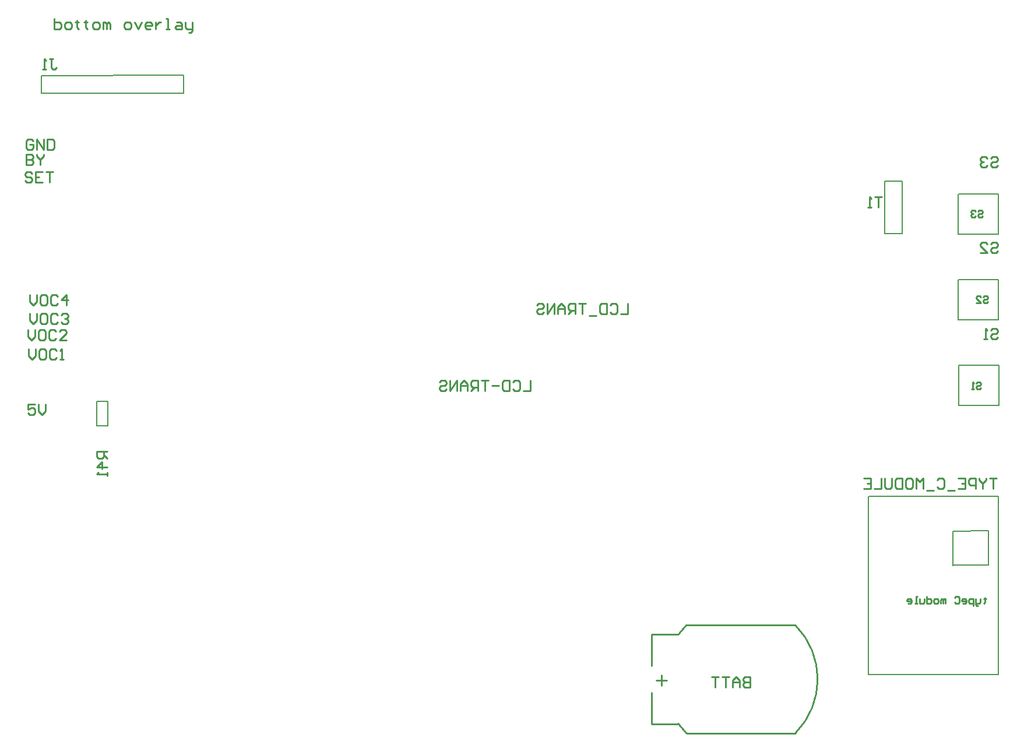
<source format=gbo>
G04*
G04 #@! TF.GenerationSoftware,Altium Limited,Altium Designer,21.2.1 (34)*
G04*
G04 Layer_Color=32896*
%FSLAX24Y24*%
%MOIN*%
G70*
G04*
G04 #@! TF.SameCoordinates,E21C5DDE-85CC-462C-932C-37DFDCE46009*
G04*
G04*
G04 #@! TF.FilePolarity,Positive*
G04*
G01*
G75*
%ADD10C,0.0100*%
%ADD12C,0.0079*%
%ADD14C,0.0059*%
D10*
X41112Y6891D02*
G03*
X40663Y6359I3117J-3091D01*
G01*
X47347Y709D02*
G03*
X47347Y6891I-3117J3091D01*
G01*
X40663Y1241D02*
G03*
X41112Y709I3567J2559D01*
G01*
X39130Y4570D02*
X39132Y6359D01*
X39130Y3030D02*
X39132Y1241D01*
X41112Y709D02*
X47347D01*
X41112Y6891D02*
X47347D01*
X39132Y6359D02*
X40663D01*
X39132Y1241D02*
X40663D01*
X39400Y3750D02*
X40000D01*
X39700Y3450D02*
Y4050D01*
X4700Y39300D02*
X4900D01*
X4800D01*
Y38800D01*
X4900Y38700D01*
X5000D01*
X5100Y38800D01*
X4500Y38700D02*
X4300D01*
X4400D01*
Y39300D01*
X4500Y39200D01*
X3850Y19550D02*
X3450D01*
Y19250D01*
X3650Y19350D01*
X3750D01*
X3850Y19250D01*
Y19050D01*
X3750Y18950D01*
X3550D01*
X3450Y19050D01*
X4050Y19550D02*
Y19150D01*
X4250Y18950D01*
X4450Y19150D01*
Y19550D01*
X3500Y22700D02*
Y22300D01*
X3700Y22100D01*
X3900Y22300D01*
Y22700D01*
X4400D02*
X4200D01*
X4100Y22600D01*
Y22200D01*
X4200Y22100D01*
X4400D01*
X4500Y22200D01*
Y22600D01*
X4400Y22700D01*
X5099Y22600D02*
X5000Y22700D01*
X4800D01*
X4700Y22600D01*
Y22200D01*
X4800Y22100D01*
X5000D01*
X5099Y22200D01*
X5299Y22100D02*
X5499D01*
X5399D01*
Y22700D01*
X5299Y22600D01*
X3450Y23800D02*
Y23400D01*
X3650Y23200D01*
X3850Y23400D01*
Y23800D01*
X4350D02*
X4150D01*
X4050Y23700D01*
Y23300D01*
X4150Y23200D01*
X4350D01*
X4450Y23300D01*
Y23700D01*
X4350Y23800D01*
X5049Y23700D02*
X4950Y23800D01*
X4750D01*
X4650Y23700D01*
Y23300D01*
X4750Y23200D01*
X4950D01*
X5049Y23300D01*
X5649Y23200D02*
X5249D01*
X5649Y23600D01*
Y23700D01*
X5549Y23800D01*
X5349D01*
X5249Y23700D01*
X3550Y24750D02*
Y24350D01*
X3750Y24150D01*
X3950Y24350D01*
Y24750D01*
X4450D02*
X4250D01*
X4150Y24650D01*
Y24250D01*
X4250Y24150D01*
X4450D01*
X4550Y24250D01*
Y24650D01*
X4450Y24750D01*
X5149Y24650D02*
X5050Y24750D01*
X4850D01*
X4750Y24650D01*
Y24250D01*
X4850Y24150D01*
X5050D01*
X5149Y24250D01*
X5349Y24650D02*
X5449Y24750D01*
X5649D01*
X5749Y24650D01*
Y24550D01*
X5649Y24450D01*
X5549D01*
X5649D01*
X5749Y24350D01*
Y24250D01*
X5649Y24150D01*
X5449D01*
X5349Y24250D01*
X3550Y25800D02*
Y25400D01*
X3750Y25200D01*
X3950Y25400D01*
Y25800D01*
X4450D02*
X4250D01*
X4150Y25700D01*
Y25300D01*
X4250Y25200D01*
X4450D01*
X4550Y25300D01*
Y25700D01*
X4450Y25800D01*
X5149Y25700D02*
X5050Y25800D01*
X4850D01*
X4750Y25700D01*
Y25300D01*
X4850Y25200D01*
X5050D01*
X5149Y25300D01*
X5649Y25200D02*
Y25800D01*
X5349Y25500D01*
X5749D01*
X3700Y32750D02*
X3600Y32850D01*
X3400D01*
X3300Y32750D01*
Y32650D01*
X3400Y32550D01*
X3600D01*
X3700Y32450D01*
Y32350D01*
X3600Y32250D01*
X3400D01*
X3300Y32350D01*
X4300Y32850D02*
X3900D01*
Y32250D01*
X4300D01*
X3900Y32550D02*
X4100D01*
X4500Y32850D02*
X4899D01*
X4700D01*
Y32250D01*
X3750Y34600D02*
X3650Y34700D01*
X3450D01*
X3350Y34600D01*
Y34200D01*
X3450Y34100D01*
X3650D01*
X3750Y34200D01*
Y34400D01*
X3550D01*
X3950Y34100D02*
Y34700D01*
X4350Y34100D01*
Y34700D01*
X4550D02*
Y34100D01*
X4850D01*
X4949Y34200D01*
Y34600D01*
X4850Y34700D01*
X4550D01*
X3350Y33850D02*
Y33250D01*
X3650D01*
X3750Y33350D01*
Y33450D01*
X3650Y33550D01*
X3350D01*
X3650D01*
X3750Y33650D01*
Y33750D01*
X3650Y33850D01*
X3350D01*
X3950D02*
Y33750D01*
X4150Y33550D01*
X4350Y33750D01*
Y33850D01*
X4150Y33550D02*
Y33250D01*
X32200Y20900D02*
Y20300D01*
X31800D01*
X31200Y20800D02*
X31300Y20900D01*
X31500D01*
X31600Y20800D01*
Y20400D01*
X31500Y20300D01*
X31300D01*
X31200Y20400D01*
X31000Y20900D02*
Y20300D01*
X30700D01*
X30601Y20400D01*
Y20800D01*
X30700Y20900D01*
X31000D01*
X30401Y20600D02*
X30001D01*
X29801Y20900D02*
X29401D01*
X29601D01*
Y20300D01*
X29201D02*
Y20900D01*
X28901D01*
X28801Y20800D01*
Y20600D01*
X28901Y20500D01*
X29201D01*
X29001D02*
X28801Y20300D01*
X28601D02*
Y20700D01*
X28401Y20900D01*
X28201Y20700D01*
Y20300D01*
Y20600D01*
X28601D01*
X28001Y20300D02*
Y20900D01*
X27601Y20300D01*
Y20900D01*
X27002Y20800D02*
X27102Y20900D01*
X27302D01*
X27402Y20800D01*
Y20700D01*
X27302Y20600D01*
X27102D01*
X27002Y20500D01*
Y20400D01*
X27102Y20300D01*
X27302D01*
X27402Y20400D01*
X4950Y41600D02*
Y41000D01*
X5250D01*
X5350Y41100D01*
Y41200D01*
Y41300D01*
X5250Y41400D01*
X4950D01*
X5650Y41000D02*
X5850D01*
X5950Y41100D01*
Y41300D01*
X5850Y41400D01*
X5650D01*
X5550Y41300D01*
Y41100D01*
X5650Y41000D01*
X6250Y41500D02*
Y41400D01*
X6150D01*
X6350D01*
X6250D01*
Y41100D01*
X6350Y41000D01*
X6749Y41500D02*
Y41400D01*
X6649D01*
X6849D01*
X6749D01*
Y41100D01*
X6849Y41000D01*
X7249D02*
X7449D01*
X7549Y41100D01*
Y41300D01*
X7449Y41400D01*
X7249D01*
X7149Y41300D01*
Y41100D01*
X7249Y41000D01*
X7749D02*
Y41400D01*
X7849D01*
X7949Y41300D01*
Y41000D01*
Y41300D01*
X8049Y41400D01*
X8149Y41300D01*
Y41000D01*
X9049D02*
X9249D01*
X9349Y41100D01*
Y41300D01*
X9249Y41400D01*
X9049D01*
X8949Y41300D01*
Y41100D01*
X9049Y41000D01*
X9549Y41400D02*
X9748Y41000D01*
X9948Y41400D01*
X10448Y41000D02*
X10248D01*
X10148Y41100D01*
Y41300D01*
X10248Y41400D01*
X10448D01*
X10548Y41300D01*
Y41200D01*
X10148D01*
X10748Y41400D02*
Y41000D01*
Y41200D01*
X10848Y41300D01*
X10948Y41400D01*
X11048D01*
X11348Y41000D02*
X11548D01*
X11448D01*
Y41600D01*
X11348D01*
X11948Y41400D02*
X12148D01*
X12248Y41300D01*
Y41000D01*
X11948D01*
X11848Y41100D01*
X11948Y41200D01*
X12248D01*
X12448Y41400D02*
Y41100D01*
X12548Y41000D01*
X12847D01*
Y40900D01*
X12747Y40800D01*
X12648D01*
X12847Y41000D02*
Y41400D01*
X58186Y8460D02*
Y8393D01*
X58253D01*
X58119D01*
X58186D01*
Y8193D01*
X58119Y8127D01*
X57919Y8393D02*
Y8193D01*
X57853Y8127D01*
X57653D01*
Y8060D01*
X57719Y7993D01*
X57786D01*
X57653Y8127D02*
Y8393D01*
X57520Y7993D02*
Y8393D01*
X57320D01*
X57253Y8327D01*
Y8193D01*
X57320Y8127D01*
X57520D01*
X56920D02*
X57053D01*
X57120Y8193D01*
Y8327D01*
X57053Y8393D01*
X56920D01*
X56853Y8327D01*
Y8260D01*
X57120D01*
X56453Y8460D02*
X56520Y8526D01*
X56653D01*
X56720Y8460D01*
Y8193D01*
X56653Y8127D01*
X56520D01*
X56453Y8193D01*
X55920Y8127D02*
Y8393D01*
X55853D01*
X55787Y8327D01*
Y8127D01*
Y8327D01*
X55720Y8393D01*
X55653Y8327D01*
Y8127D01*
X55454D02*
X55320D01*
X55254Y8193D01*
Y8327D01*
X55320Y8393D01*
X55454D01*
X55520Y8327D01*
Y8193D01*
X55454Y8127D01*
X54854Y8526D02*
Y8127D01*
X55054D01*
X55120Y8193D01*
Y8327D01*
X55054Y8393D01*
X54854D01*
X54720D02*
Y8193D01*
X54654Y8127D01*
X54454D01*
Y8393D01*
X54321Y8127D02*
X54187D01*
X54254D01*
Y8526D01*
X54321D01*
X53787Y8127D02*
X53921D01*
X53987Y8193D01*
Y8327D01*
X53921Y8393D01*
X53787D01*
X53721Y8327D01*
Y8260D01*
X53987D01*
X57683Y20733D02*
X57750Y20800D01*
X57883D01*
X57950Y20733D01*
Y20667D01*
X57883Y20600D01*
X57750D01*
X57683Y20533D01*
Y20467D01*
X57750Y20400D01*
X57883D01*
X57950Y20467D01*
X57550Y20400D02*
X57417D01*
X57483D01*
Y20800D01*
X57550Y20733D01*
X58083Y25683D02*
X58150Y25750D01*
X58283D01*
X58350Y25683D01*
Y25617D01*
X58283Y25550D01*
X58150D01*
X58083Y25483D01*
Y25417D01*
X58150Y25350D01*
X58283D01*
X58350Y25417D01*
X57684Y25350D02*
X57950D01*
X57684Y25617D01*
Y25683D01*
X57750Y25750D01*
X57883D01*
X57950Y25683D01*
X57783Y30583D02*
X57850Y30650D01*
X57983D01*
X58050Y30583D01*
Y30517D01*
X57983Y30450D01*
X57850D01*
X57783Y30383D01*
Y30317D01*
X57850Y30250D01*
X57983D01*
X58050Y30317D01*
X57650Y30583D02*
X57583Y30650D01*
X57450D01*
X57384Y30583D01*
Y30517D01*
X57450Y30450D01*
X57517D01*
X57450D01*
X57384Y30383D01*
Y30317D01*
X57450Y30250D01*
X57583D01*
X57650Y30317D01*
X52300Y31400D02*
X51900D01*
X52100D01*
Y30800D01*
X51700D02*
X51500D01*
X51600D01*
Y31400D01*
X51700Y31300D01*
X58510Y33610D02*
X58610Y33710D01*
X58810D01*
X58910Y33610D01*
Y33510D01*
X58810Y33410D01*
X58610D01*
X58510Y33310D01*
Y33210D01*
X58610Y33110D01*
X58810D01*
X58910Y33210D01*
X58310Y33610D02*
X58210Y33710D01*
X58010D01*
X57910Y33610D01*
Y33510D01*
X58010Y33410D01*
X58110D01*
X58010D01*
X57910Y33310D01*
Y33210D01*
X58010Y33110D01*
X58210D01*
X58310Y33210D01*
X58510Y28710D02*
X58610Y28810D01*
X58810D01*
X58910Y28710D01*
Y28610D01*
X58810Y28510D01*
X58610D01*
X58510Y28410D01*
Y28310D01*
X58610Y28210D01*
X58810D01*
X58910Y28310D01*
X57910Y28210D02*
X58310D01*
X57910Y28610D01*
Y28710D01*
X58010Y28810D01*
X58210D01*
X58310Y28710D01*
X58520Y23780D02*
X58620Y23880D01*
X58820D01*
X58920Y23780D01*
Y23680D01*
X58820Y23580D01*
X58620D01*
X58520Y23480D01*
Y23380D01*
X58620Y23280D01*
X58820D01*
X58920Y23380D01*
X58320Y23280D02*
X58120D01*
X58220D01*
Y23880D01*
X58320Y23780D01*
X58849Y15294D02*
X58449D01*
X58649D01*
Y14694D01*
X58249Y15294D02*
Y15194D01*
X58049Y14994D01*
X57849Y15194D01*
Y15294D01*
X58049Y14994D02*
Y14694D01*
X57649D02*
Y15294D01*
X57349D01*
X57249Y15194D01*
Y14994D01*
X57349Y14894D01*
X57649D01*
X56649Y15294D02*
X57049D01*
Y14694D01*
X56649D01*
X57049Y14994D02*
X56849D01*
X56450Y14594D02*
X56050D01*
X55450Y15194D02*
X55550Y15294D01*
X55750D01*
X55850Y15194D01*
Y14794D01*
X55750Y14694D01*
X55550D01*
X55450Y14794D01*
X55250Y14594D02*
X54850D01*
X54650Y14694D02*
Y15294D01*
X54450Y15094D01*
X54250Y15294D01*
Y14694D01*
X53750Y15294D02*
X53950D01*
X54050Y15194D01*
Y14794D01*
X53950Y14694D01*
X53750D01*
X53650Y14794D01*
Y15194D01*
X53750Y15294D01*
X53451D02*
Y14694D01*
X53151D01*
X53051Y14794D01*
Y15194D01*
X53151Y15294D01*
X53451D01*
X52851D02*
Y14794D01*
X52751Y14694D01*
X52551D01*
X52451Y14794D01*
Y15294D01*
X52251D02*
Y14694D01*
X51851D01*
X51251Y15294D02*
X51651D01*
Y14694D01*
X51251D01*
X51651Y14994D02*
X51451D01*
X7988Y16846D02*
X7388D01*
Y16546D01*
X7488Y16446D01*
X7688D01*
X7788Y16546D01*
Y16846D01*
Y16646D02*
X7988Y16446D01*
Y15946D02*
X7388D01*
X7688Y16246D01*
Y15846D01*
X7988Y15646D02*
Y15446D01*
Y15546D01*
X7388D01*
X7488Y15646D01*
X37750Y25300D02*
Y24700D01*
X37350D01*
X36750Y25200D02*
X36850Y25300D01*
X37050D01*
X37150Y25200D01*
Y24800D01*
X37050Y24700D01*
X36850D01*
X36750Y24800D01*
X36550Y25300D02*
Y24700D01*
X36250D01*
X36151Y24800D01*
Y25200D01*
X36250Y25300D01*
X36550D01*
X35951Y24600D02*
X35551D01*
X35351Y25300D02*
X34951D01*
X35151D01*
Y24700D01*
X34751D02*
Y25300D01*
X34451D01*
X34351Y25200D01*
Y25000D01*
X34451Y24900D01*
X34751D01*
X34551D02*
X34351Y24700D01*
X34151D02*
Y25100D01*
X33951Y25300D01*
X33751Y25100D01*
Y24700D01*
Y25000D01*
X34151D01*
X33551Y24700D02*
Y25300D01*
X33151Y24700D01*
Y25300D01*
X32552Y25200D02*
X32652Y25300D01*
X32852D01*
X32952Y25200D01*
Y25100D01*
X32852Y25000D01*
X32652D01*
X32552Y24900D01*
Y24800D01*
X32652Y24700D01*
X32852D01*
X32952Y24800D01*
X44750Y3950D02*
Y3350D01*
X44450D01*
X44350Y3450D01*
Y3550D01*
X44450Y3650D01*
X44750D01*
X44450D01*
X44350Y3750D01*
Y3850D01*
X44450Y3950D01*
X44750D01*
X44150Y3350D02*
Y3750D01*
X43950Y3950D01*
X43750Y3750D01*
Y3350D01*
Y3650D01*
X44150D01*
X43550Y3950D02*
X43150D01*
X43350D01*
Y3350D01*
X42950Y3950D02*
X42550D01*
X42750D01*
Y3350D01*
D12*
X12350Y37338D02*
Y38362D01*
X4238Y37350D02*
X12350Y37338D01*
X4238Y38350D02*
X12350Y38362D01*
X4238Y37326D02*
Y38350D01*
X52450Y29300D02*
X53450D01*
Y32300D01*
X52450D02*
X53450D01*
X52450Y29300D02*
Y32300D01*
X58970Y31581D02*
X58971Y29298D01*
X56687Y31580D02*
X58970Y31581D01*
X56670Y29281D02*
X58953Y29282D01*
X56670Y31581D02*
X56671Y29298D01*
X58970Y26678D02*
X58971Y24394D01*
X56687Y26677D02*
X58970Y26678D01*
X56670Y24378D02*
X58953Y24379D01*
X56670Y26678D02*
X56671Y24394D01*
X58980Y21754D02*
X58981Y19470D01*
X56697Y21753D02*
X58980Y21754D01*
X56680Y19454D02*
X58963Y19454D01*
X56680Y21754D02*
X56681Y19470D01*
X51520Y4060D02*
Y14260D01*
Y4060D02*
X58970D01*
X51550Y14258D02*
X58970Y14260D01*
X56350Y12271D02*
X58400Y12289D01*
X58970Y4060D02*
Y14260D01*
X56350Y10302D02*
Y12271D01*
X58400Y10321D02*
Y12289D01*
X56400Y10321D02*
X58350D01*
D14*
X7385Y18291D02*
Y19709D01*
X8015D01*
X7385Y18291D02*
X8015D01*
Y19709D01*
M02*

</source>
